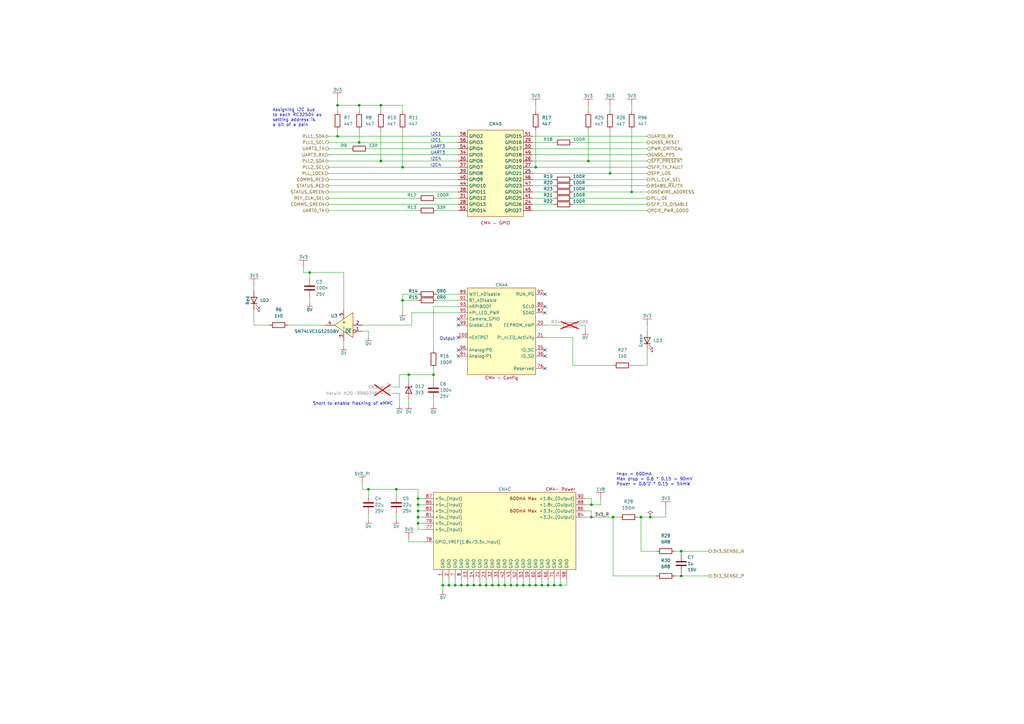
<source format=kicad_sch>
(kicad_sch (version 20231120) (generator "eeschema") (generator_version "8.0")
  (paper "A3")
  (junction (at 147.32 43.18))
  (junction (at 219.71 68.58))
  (junction (at 171.45 212.09))
  (junction (at 262.89 212.09))
  (junction (at 219.71 240.03))
  (junction (at 171.45 214.63))
  (junction (at 209.55 240.03))
  (junction (at 250.19 71.12))
  (junction (at 207.01 240.03))
  (junction (at 191.77 240.03))
  (junction (at 201.93 240.03))
  (junction (at 167.64 153.67))
  (junction (at 156.21 43.18))
  (junction (at 171.45 204.47))
  (junction (at 227.33 240.03))
  (junction (at 184.15 240.03))
  (junction (at 224.79 240.03))
  (junction (at 138.43 55.88))
  (junction (at 279.4 236.22))
  (junction (at 171.45 207.01))
  (junction (at 279.4 226.06))
  (junction (at 251.46 212.09))
  (junction (at 171.45 209.55))
  (junction (at 165.1 123.19))
  (junction (at 127 111.76))
  (junction (at 212.09 240.03))
  (junction (at 186.69 240.03))
  (junction (at 194.31 240.03))
  (junction (at 181.61 240.03))
  (junction (at 241.3 66.04))
  (junction (at 229.87 240.03))
  (junction (at 138.43 43.18))
  (junction (at 266.7 212.09))
  (junction (at 151.13 200.66))
  (junction (at 177.8 153.67))
  (junction (at 147.32 58.42))
  (junction (at 204.47 240.03))
  (junction (at 196.85 240.03))
  (junction (at 242.57 207.01))
  (junction (at 156.21 66.04))
  (junction (at 189.23 240.03))
  (junction (at 199.39 240.03))
  (junction (at 214.63 240.03))
  (junction (at 162.56 200.66))
  (junction (at 259.08 78.74))
  (junction (at 222.25 240.03))
  (junction (at 217.17 240.03))
  (junction (at 242.57 212.09))
  (junction (at 165.1 68.58))
  (no_connect (at 187.96 138.43))
  (no_connect (at 223.52 151.13))
  (no_connect (at 223.52 143.51))
  (no_connect (at 187.96 146.05))
  (no_connect (at 187.96 133.35))
  (no_connect (at 223.52 120.65))
  (no_connect (at 223.52 146.05))
  (no_connect (at 187.96 130.81))
  (no_connect (at 187.96 143.51))
  (no_connect (at 223.52 125.73))
  (no_connect (at 223.52 128.27))
  (wire (pts (xy 223.52 133.35) (xy 229.87 133.35)))
  (wire (pts (xy 156.21 53.34) (xy 156.21 66.04)))
  (wire (pts (xy 194.31 237.49) (xy 194.31 240.03)))
  (wire (pts (xy 204.47 240.03) (xy 207.01 240.03)))
  (wire (pts (xy 234.95 138.43) (xy 234.95 149.86)))
  (wire (pts (xy 217.17 240.03) (xy 219.71 240.03)))
  (wire (pts (xy 151.13 135.89) (xy 151.13 138.43)))
  (wire (pts (xy 273.05 208.28) (xy 273.05 212.09)))
  (wire (pts (xy 219.71 53.34) (xy 219.71 68.58)))
  (wire (pts (xy 138.43 43.18) (xy 138.43 45.72)))
  (wire (pts (xy 163.83 161.29) (xy 163.83 166.37)))
  (wire (pts (xy 207.01 237.49) (xy 207.01 240.03)))
  (wire (pts (xy 259.08 43.18) (xy 259.08 45.72)))
  (wire (pts (xy 161.29 158.75) (xy 163.83 158.75)))
  (wire (pts (xy 168.91 128.27) (xy 187.96 128.27)))
  (wire (pts (xy 218.44 60.96) (xy 265.43 60.96)))
  (wire (pts (xy 241.3 43.18) (xy 241.3 45.72)))
  (wire (pts (xy 265.43 133.35) (xy 265.43 135.89)))
  (wire (pts (xy 181.61 240.03) (xy 184.15 240.03)))
  (wire (pts (xy 171.45 204.47) (xy 173.99 204.47)))
  (wire (pts (xy 219.71 237.49) (xy 219.71 240.03)))
  (wire (pts (xy 194.31 240.03) (xy 196.85 240.03)))
  (wire (pts (xy 104.14 133.35) (xy 110.49 133.35)))
  (wire (pts (xy 279.4 236.22) (xy 290.83 236.22)))
  (wire (pts (xy 171.45 209.55) (xy 171.45 207.01)))
  (wire (pts (xy 140.97 127) (xy 140.97 111.76)))
  (wire (pts (xy 134.62 66.04) (xy 156.21 66.04)))
  (wire (pts (xy 156.21 43.18) (xy 156.21 45.72)))
  (wire (pts (xy 167.64 222.25) (xy 173.99 222.25)))
  (wire (pts (xy 165.1 123.19) (xy 165.1 128.27)))
  (wire (pts (xy 279.4 236.22) (xy 279.4 234.95)))
  (wire (pts (xy 134.62 73.66) (xy 187.96 73.66)))
  (wire (pts (xy 171.45 204.47) (xy 171.45 200.66)))
  (wire (pts (xy 241.3 66.04) (xy 265.43 66.04)))
  (wire (pts (xy 246.38 204.47) (xy 246.38 207.01)))
  (wire (pts (xy 240.03 209.55) (xy 242.57 209.55)))
  (wire (pts (xy 229.87 240.03) (xy 232.41 240.03)))
  (wire (pts (xy 196.85 237.49) (xy 196.85 240.03)))
  (wire (pts (xy 184.15 240.03) (xy 186.69 240.03)))
  (wire (pts (xy 234.95 81.28) (xy 265.43 81.28)))
  (wire (pts (xy 218.44 86.36) (xy 265.43 86.36)))
  (wire (pts (xy 250.19 71.12) (xy 265.43 71.12)))
  (wire (pts (xy 227.33 76.2) (xy 218.44 76.2)))
  (wire (pts (xy 147.32 53.34) (xy 147.32 58.42)))
  (wire (pts (xy 124.46 109.22) (xy 124.46 111.76)))
  (wire (pts (xy 118.11 133.35) (xy 133.35 133.35)))
  (wire (pts (xy 199.39 240.03) (xy 201.93 240.03)))
  (wire (pts (xy 218.44 81.28) (xy 227.33 81.28)))
  (wire (pts (xy 134.62 71.12) (xy 187.96 71.12)))
  (wire (pts (xy 229.87 237.49) (xy 229.87 240.03)))
  (wire (pts (xy 201.93 240.03) (xy 204.47 240.03)))
  (wire (pts (xy 140.97 139.7) (xy 140.97 142.24)))
  (wire (pts (xy 218.44 58.42) (xy 227.33 58.42)))
  (wire (pts (xy 104.14 116.84) (xy 104.14 119.38)))
  (wire (pts (xy 163.83 153.67) (xy 167.64 153.67)))
  (wire (pts (xy 147.32 58.42) (xy 187.96 58.42)))
  (wire (pts (xy 219.71 68.58) (xy 265.43 68.58)))
  (wire (pts (xy 171.45 207.01) (xy 173.99 207.01)))
  (wire (pts (xy 218.44 68.58) (xy 219.71 68.58)))
  (wire (pts (xy 134.62 83.82) (xy 187.96 83.82)))
  (wire (pts (xy 261.62 212.09) (xy 262.89 212.09)))
  (wire (pts (xy 191.77 237.49) (xy 191.77 240.03)))
  (wire (pts (xy 199.39 237.49) (xy 199.39 240.03)))
  (wire (pts (xy 209.55 237.49) (xy 209.55 240.03)))
  (wire (pts (xy 151.13 210.82) (xy 151.13 213.36)))
  (wire (pts (xy 187.96 81.28) (xy 179.07 81.28)))
  (wire (pts (xy 171.45 212.09) (xy 173.99 212.09)))
  (wire (pts (xy 147.32 43.18) (xy 156.21 43.18)))
  (wire (pts (xy 127 111.76) (xy 140.97 111.76)))
  (wire (pts (xy 165.1 68.58) (xy 187.96 68.58)))
  (wire (pts (xy 196.85 240.03) (xy 199.39 240.03)))
  (wire (pts (xy 177.8 125.73) (xy 187.96 125.73)))
  (wire (pts (xy 138.43 53.34) (xy 138.43 55.88)))
  (wire (pts (xy 187.96 86.36) (xy 179.07 86.36)))
  (wire (pts (xy 240.03 133.35) (xy 240.03 135.89)))
  (wire (pts (xy 259.08 78.74) (xy 265.43 78.74)))
  (wire (pts (xy 234.95 58.42) (xy 265.43 58.42)))
  (wire (pts (xy 242.57 209.55) (xy 242.57 212.09)))
  (wire (pts (xy 127 111.76) (xy 127 114.3)))
  (wire (pts (xy 214.63 237.49) (xy 214.63 240.03)))
  (wire (pts (xy 276.86 226.06) (xy 279.4 226.06)))
  (wire (pts (xy 147.32 43.18) (xy 138.43 43.18)))
  (wire (pts (xy 234.95 76.2) (xy 265.43 76.2)))
  (wire (pts (xy 212.09 237.49) (xy 212.09 240.03)))
  (wire (pts (xy 262.89 226.06) (xy 262.89 212.09)))
  (wire (pts (xy 171.45 212.09) (xy 171.45 209.55)))
  (wire (pts (xy 134.62 78.74) (xy 187.96 78.74)))
  (wire (pts (xy 223.52 138.43) (xy 234.95 138.43)))
  (wire (pts (xy 162.56 210.82) (xy 162.56 213.36)))
  (wire (pts (xy 167.64 222.25) (xy 167.64 220.98)))
  (wire (pts (xy 173.99 214.63) (xy 171.45 214.63)))
  (wire (pts (xy 161.29 161.29) (xy 163.83 161.29)))
  (wire (pts (xy 134.62 76.2) (xy 187.96 76.2)))
  (wire (pts (xy 162.56 200.66) (xy 151.13 200.66)))
  (wire (pts (xy 177.8 151.13) (xy 177.8 153.67)))
  (wire (pts (xy 232.41 240.03) (xy 232.41 237.49)))
  (wire (pts (xy 250.19 43.18) (xy 250.19 45.72)))
  (wire (pts (xy 138.43 40.64) (xy 138.43 43.18)))
  (wire (pts (xy 148.59 198.12) (xy 148.59 200.66)))
  (wire (pts (xy 147.32 43.18) (xy 147.32 45.72)))
  (wire (pts (xy 151.13 60.96) (xy 187.96 60.96)))
  (wire (pts (xy 189.23 237.49) (xy 189.23 240.03)))
  (wire (pts (xy 218.44 78.74) (xy 227.33 78.74)))
  (wire (pts (xy 237.49 133.35) (xy 240.03 133.35)))
  (wire (pts (xy 201.93 237.49) (xy 201.93 240.03)))
  (wire (pts (xy 189.23 240.03) (xy 191.77 240.03)))
  (wire (pts (xy 224.79 237.49) (xy 224.79 240.03)))
  (wire (pts (xy 171.45 207.01) (xy 171.45 204.47)))
  (wire (pts (xy 204.47 237.49) (xy 204.47 240.03)))
  (wire (pts (xy 167.64 163.83) (xy 167.64 166.37)))
  (wire (pts (xy 259.08 53.34) (xy 259.08 78.74)))
  (wire (pts (xy 242.57 204.47) (xy 242.57 207.01)))
  (wire (pts (xy 266.7 212.09) (xy 273.05 212.09)))
  (wire (pts (xy 134.62 81.28) (xy 171.45 81.28)))
  (wire (pts (xy 240.03 207.01) (xy 242.57 207.01)))
  (wire (pts (xy 222.25 237.49) (xy 222.25 240.03)))
  (wire (pts (xy 234.95 83.82) (xy 265.43 83.82)))
  (wire (pts (xy 184.15 237.49) (xy 184.15 240.03)))
  (wire (pts (xy 279.4 226.06) (xy 290.83 226.06)))
  (wire (pts (xy 134.62 58.42) (xy 147.32 58.42)))
  (wire (pts (xy 240.03 204.47) (xy 242.57 204.47)))
  (wire (pts (xy 269.24 236.22) (xy 251.46 236.22)))
  (wire (pts (xy 242.57 207.01) (xy 246.38 207.01)))
  (wire (pts (xy 276.86 236.22) (xy 279.4 236.22)))
  (wire (pts (xy 171.45 86.36) (xy 134.62 86.36)))
  (wire (pts (xy 173.99 217.17) (xy 171.45 217.17)))
  (wire (pts (xy 218.44 66.04) (xy 241.3 66.04)))
  (wire (pts (xy 104.14 127) (xy 104.14 133.35)))
  (wire (pts (xy 134.62 55.88) (xy 138.43 55.88)))
  (wire (pts (xy 138.43 55.88) (xy 187.96 55.88)))
  (wire (pts (xy 156.21 43.18) (xy 165.1 43.18)))
  (wire (pts (xy 265.43 149.86) (xy 259.08 149.86)))
  (wire (pts (xy 240.03 212.09) (xy 242.57 212.09)))
  (wire (pts (xy 171.45 209.55) (xy 173.99 209.55)))
  (wire (pts (xy 224.79 240.03) (xy 227.33 240.03)))
  (wire (pts (xy 218.44 63.5) (xy 265.43 63.5)))
  (wire (pts (xy 214.63 240.03) (xy 217.17 240.03)))
  (wire (pts (xy 218.44 55.88) (xy 265.43 55.88)))
  (wire (pts (xy 262.89 212.09) (xy 266.7 212.09)))
  (wire (pts (xy 218.44 83.82) (xy 227.33 83.82)))
  (wire (pts (xy 148.59 133.35) (xy 168.91 133.35)))
  (wire (pts (xy 217.17 237.49) (xy 217.17 240.03)))
  (wire (pts (xy 218.44 71.12) (xy 250.19 71.12)))
  (wire (pts (xy 134.62 60.96) (xy 143.51 60.96)))
  (wire (pts (xy 177.8 163.83) (xy 177.8 166.37)))
  (wire (pts (xy 165.1 120.65) (xy 165.1 123.19)))
  (wire (pts (xy 181.61 237.49) (xy 181.61 240.03)))
  (wire (pts (xy 251.46 236.22) (xy 251.46 212.09)))
  (wire (pts (xy 127 121.92) (xy 127 124.46)))
  (wire (pts (xy 234.95 149.86) (xy 251.46 149.86)))
  (wire (pts (xy 177.8 153.67) (xy 177.8 156.21)))
  (wire (pts (xy 165.1 123.19) (xy 171.45 123.19)))
  (wire (pts (xy 250.19 53.34) (xy 250.19 71.12)))
  (wire (pts (xy 163.83 158.75) (xy 163.83 153.67)))
  (wire (pts (xy 241.3 53.34) (xy 241.3 66.04)))
  (wire (pts (xy 148.59 200.66) (xy 151.13 200.66)))
  (wire (pts (xy 227.33 237.49) (xy 227.33 240.03)))
  (wire (pts (xy 234.95 73.66) (xy 265.43 73.66)))
  (wire (pts (xy 171.45 120.65) (xy 165.1 120.65)))
  (wire (pts (xy 165.1 43.18) (xy 165.1 45.72)))
  (wire (pts (xy 218.44 73.66) (xy 227.33 73.66)))
  (wire (pts (xy 171.45 214.63) (xy 171.45 217.17)))
  (wire (pts (xy 186.69 237.49) (xy 186.69 240.03)))
  (wire (pts (xy 148.59 135.89) (xy 151.13 135.89)))
  (wire (pts (xy 219.71 43.18) (xy 219.71 45.72)))
  (wire (pts (xy 265.43 143.51) (xy 265.43 149.86)))
  (wire (pts (xy 165.1 53.34) (xy 165.1 68.58)))
  (wire (pts (xy 191.77 240.03) (xy 194.31 240.03)))
  (wire (pts (xy 156.21 66.04) (xy 187.96 66.04)))
  (wire (pts (xy 134.62 68.58) (xy 165.1 68.58)))
  (wire (pts (xy 167.64 153.67) (xy 167.64 156.21)))
  (wire (pts (xy 162.56 200.66) (xy 162.56 203.2)))
  (wire (pts (xy 177.8 143.51) (xy 177.8 125.73)))
  (wire (pts (xy 186.69 240.03) (xy 189.23 240.03)))
  (wire (pts (xy 209.55 240.03) (xy 212.09 240.03)))
  (wire (pts (xy 207.01 240.03) (xy 209.55 240.03)))
  (wire (pts (xy 222.25 240.03) (xy 224.79 240.03)))
  (wire (pts (xy 179.07 120.65) (xy 187.96 120.65)))
  (wire (pts (xy 168.91 133.35) (xy 168.91 128.27)))
  (wire (pts (xy 279.4 226.06) (xy 279.4 227.33)))
  (wire (pts (xy 167.64 153.67) (xy 177.8 153.67)))
  (wire (pts (xy 242.57 212.09) (xy 251.46 212.09)))
  (wire (pts (xy 234.95 78.74) (xy 259.08 78.74)))
  (wire (pts (xy 179.07 123.19) (xy 187.96 123.19)))
  (wire (pts (xy 171.45 212.09) (xy 171.45 214.63)))
  (wire (pts (xy 151.13 200.66) (xy 151.13 203.2)))
  (wire (pts (xy 212.09 240.03) (xy 214.63 240.03)))
  (wire (pts (xy 181.61 240.03) (xy 181.61 242.57)))
  (wire (pts (xy 134.62 63.5) (xy 187.96 63.5)))
  (wire (pts (xy 227.33 240.03) (xy 229.87 240.03)))
  (wire (pts (xy 171.45 200.66) (xy 162.56 200.66)))
  (wire (pts (xy 269.24 226.06) (xy 262.89 226.06)))
  (wire (pts (xy 251.46 212.09) (xy 254 212.09)))
  (wire (pts (xy 124.46 111.76) (xy 127 111.76)))
  (wire (pts (xy 219.71 240.03) (xy 222.25 240.03)))
  (text "I2C1" (at 176.53 58.42 0) (effects (font (size 1.27 1.27)) (justify left bottom)))
  (text "Assigning I2C bus\nto each RC32504 as\nsetting address is\na bit of a pain" (at 111.76 52.07 0) (effects (font (size 1.27 1.27)) (justify left bottom)))
  (text "I2C1" (at 176.53 55.88 0) (effects (font (size 1.27 1.27)) (justify left bottom)))
  (text "I2C4" (at 176.53 66.04 0) (effects (font (size 1.27 1.27)) (justify left bottom)))
  (text "UART3" (at 176.53 60.96 0) (effects (font (size 1.27 1.27)) (justify left bottom)))
  (text "Imax = 600mA\nMax drop = 0.6 * 0.15 = 90mV\nPower = 0.6^2 * 0.15 = 54mW" (at 252.73 199.39 0) (effects (font (size 1.27 1.27)) (justify left bottom)))
  (text "UART3" (at 176.53 63.5 0) (effects (font (size 1.27 1.27)) (justify left bottom)))
  (text "Output" (at 186.69 139.7 0) (effects (font (size 1.27 1.27)) (justify right bottom)))
  (text "I2C4" (at 176.53 68.58 0) (effects (font (size 1.27 1.27)) (justify left bottom)))
  (text "Short to enable flashing of eMMC" (at 128.27 166.37 0) (effects (font (size 1.27 1.27)) (justify left bottom)))
  (label "3V3_R" (at 243.84 212.09 0))
  (hierarchical_label "PCIE_PWR_GOOD" (shape input) (at 265.43 86.36 0))
  (hierarchical_label "~{SFP_PRESENT}" (shape input) (at 265.43 66.04 0))
  (hierarchical_label "UART3_TX" (shape output) (at 134.62 60.96 180))
  (hierarchical_label "PLL1_SCL" (shape output) (at 134.62 58.42 180))
  (hierarchical_label "UART0_RX" (shape input) (at 265.43 55.88 0))
  (hierarchical_label "COMMS_GREEN" (shape output) (at 134.62 83.82 180))
  (hierarchical_label "PLL2_SDA" (shape bidirectional) (at 134.62 66.04 180))
  (hierarchical_label "SFP_TX_FAULT" (shape input) (at 265.43 68.58 0))
  (hierarchical_label "PWR_CRITICAL" (shape input) (at 265.43 60.96 0))
  (hierarchical_label "UART0_TX" (shape output) (at 134.62 86.36 180))
  (hierarchical_label "3V3_SENSE_P" (shape output) (at 290.83 236.22 0))
  (hierarchical_label "COMMS_RED" (shape output) (at 134.62 73.66 180))
  (hierarchical_label "SFP_TX_DISABLE" (shape output) (at 265.43 83.82 0))
  (hierarchical_label "PLL_LOCK" (shape input) (at 134.62 71.12 180))
  (hierarchical_label "3V3_SENSE_N" (shape output) (at 290.83 226.06 0))
  (hierarchical_label "UART3_RX" (shape input) (at 134.62 63.5 180))
  (hierarchical_label "REF_CLK_SEL" (shape output) (at 134.62 81.28 180))
  (hierarchical_label "GNSS_PPS" (shape input) (at 265.43 63.5 0))
  (hierarchical_label "RS485_~{RX}{slash}TX" (shape output) (at 265.43 76.2 0))
  (hierarchical_label "PLL2_SCL" (shape output) (at 134.62 68.58 180))
  (hierarchical_label "STATUS_RED" (shape output) (at 134.62 76.2 180))
  (hierarchical_label "SFP_LOS" (shape input) (at 265.43 71.12 0))
  (hierarchical_label "GNSS_RESET" (shape output) (at 265.43 58.42 0))
  (hierarchical_label "PLL_OE" (shape output) (at 265.43 81.28 0))
  (hierarchical_label "STATUS_GREEN" (shape output) (at 134.62 78.74 180))
  (hierarchical_label "PLL1_SDA" (shape bidirectional) (at 134.62 55.88 180))
  (hierarchical_label "PLL_CLK_SEL" (shape output) (at 265.43 73.66 0))
  (hierarchical_label "ONEWIRE_ADDRESS" (shape bidirectional) (at 265.43 78.74 0))
  (symbol (lib_id "Power_WUT:0V") (at 163.83 166.37 0) (unit 1) (in_bom no) (on_board no)
    (property "Reference" "#PWR029" (effects (hide yes)))
    (property "Value" "0V" (at 163.83 168.91 0))
  )
  (symbol (lib_id "Auto_Library_WUT:KOA Speer RK73H1ETTP4701F") (at 147.32 49.53 0) (unit 1)
    (property "Reference" "R8" (at 149.86 48.26 0) (effects (justify left)))
    (property "Value" "4k7" (at 149.86 50.8 0) (effects (justify left)))
    (property "Footprint" "Resistor_SMD:R_0402_1005Metric" (effects (hide yes)))
    (property "Datasheet" "https://www.koaspeer.com/pdfs/RK73H.pdf" (effects (hide yes)))
    (property "MPN" "RK73H1ETTP4701F" (effects (hide yes)))
    (property "Manufacturer" "KOA Speer" (effects (hide yes)))
    (property "Tolerance" "1%" (effects (hide yes)))
    (property "Height" "0.4mm" (effects (hide yes)))
  )
  (symbol (lib_id "Auto_Library_WUT:Kyocera AVX 12063D226KAT2A") (at 162.56 207.01 0) (unit 1)
    (property "Reference" "C5" (at 165.1 204.47 0) (effects (justify left)))
    (property "Value" "22u" (at 165.1 207.01 0) (effects (justify left)))
    (property "Footprint" "Capacitor_SMD:C_1206_3216Metric" (effects (hide yes)))
    (property "Datasheet" "https://www.farnell.com/datasheets/3673819.pdf" (effects (hide yes)))
    (property "Voltage" "25V" (at 165.1 209.55 0) (effects (justify left)))
    (property "Manufacturer" "Kyocera AVX" (effects (hide yes)))
    (property "MPN" "12063D226KAT2A" (effects (hide yes)))
    (property "Tolerance" "10%" (effects (hide yes)))
    (property "Dielectric" "X5R" (effects (hide yes)))
    (property "Height" "2.29mm" (effects (hide yes)))
  )
  (symbol (lib_id "AAA_Preferred_WUT:KOA Speer RK73H1ETTP1000F") (at 175.26 81.28 90) (unit 1)
    (property "Reference" "R12" (at 168.91 80.01 90))
    (property "Value" "100R" (at 181.61 80.01 90))
    (property "Footprint" "Resistor_SMD:R_0402_1005Metric" (effects (hide yes)))
    (property "Datasheet" "https://www.koaspeer.com/pdfs/RK73H.pdf" (effects (hide yes)))
    (property "MPN" "RK73H1ETTP1000F" (effects (hide yes)))
    (property "Manufacturer" "KOA Speer" (effects (hide yes)))
    (property "Tolerance" "1%" (effects (hide yes)))
    (property "Height" "0.4mm" (effects (hide yes)))
  )
  (symbol (lib_id "Power_WUT:0V") (at 151.13 138.43 0) (unit 1) (in_bom no) (on_board no)
    (property "Reference" "#PWR026" (effects (hide yes)))
    (property "Value" "0V" (at 151.13 140.97 0))
  )
  (symbol (lib_id "Power_WUT:5V0_PI") (at 148.59 198.12 0) (unit 1) (in_bom no) (on_board no)
    (property "Reference" "#PWR025" (effects (hide yes)))
    (property "Value" "5V0_PI" (at 148.59 194.31 0))
  )
  (symbol (lib_id "AAA_Preferred_WUT:Ekinglux_E6C0603VGAC1UDA") (at 265.43 139.7 270) (unit 1)
    (property "Reference" "LD3" (at 267.97 139.7 90) (effects (justify left)))
    (property "Value" "Green" (at 262.89 139.7 0))
    (property "Footprint" "LED_SMD:LED_0603_1608Metric" (effects (hide yes)))
    (property "Datasheet" "https://datasheet.lcsc.com/lcsc/2203301830_EKINGLUX-E6C0603VGAC1UDA_C375447.pdf" (effects (hide yes)))
    (property "Manufacturer" "Ekinglux" (effects (hide yes)))
    (property "MPN" "E6C0603VGAC1UDA" (effects (hide yes)))
  )
  (symbol (lib_id "Auto_Library_WUT:Kemet C0402C105K4PACTU") (at 279.4 231.14 0) (unit 1)
    (property "Reference" "C7" (at 281.94 228.6 0) (effects (justify left)))
    (property "Value" "1u" (at 281.94 231.14 0) (effects (justify left)))
    (property "Footprint" "Capacitor_SMD:C_0402_1005Metric" (effects (hide yes)))
    (property "Datasheet" "https://www.mouser.co.uk/datasheet/2/447/KEM_C1006_X5R_SMD-3316465.pdf" (effects (hide yes)))
    (property "Voltage" "16V" (at 281.94 233.68 0) (effects (justify left)))
    (property "Manufacturer" "Kemet" (effects (hide yes)))
    (property "MPN" "C0402C105K4PACTU" (effects (hide yes)))
    (property "Tolerance" "0.1" (effects (hide yes)))
    (property "Dielectric" "X5R" (effects (hide yes)))
    (property "Height" "Nonemm" (effects (hide yes)))
  )
  (symbol (lib_id "AAA_Preferred_WUT:KOA Speer RK73H1ETTP1000F") (at 231.14 76.2 90) (unit 1)
    (property "Reference" "R20" (at 224.79 74.93 90))
    (property "Value" "100R" (at 237.49 74.93 90))
    (property "Footprint" "Resistor_SMD:R_0402_1005Metric" (effects (hide yes)))
    (property "Datasheet" "https://www.koaspeer.com/pdfs/RK73H.pdf" (effects (hide yes)))
    (property "MPN" "RK73H1ETTP1000F" (effects (hide yes)))
    (property "Manufacturer" "KOA Speer" (effects (hide yes)))
    (property "Tolerance" "1%" (effects (hide yes)))
    (property "Height" "0.4mm" (effects (hide yes)))
  )
  (symbol (lib_id "AAA_Preferred_WUT:Yageo CC0402KRX7R8BB104") (at 127 118.11 0) (unit 1)
    (property "Reference" "C3" (at 129.54 115.57 0) (effects (justify left)))
    (property "Value" "100n" (at 129.54 118.11 0) (effects (justify left)))
    (property "Footprint" "Capacitor_SMD:C_0402_1005Metric" (effects (hide yes)))
    (property "Datasheet" "https://www.yageo.com/upload/media/product/productsearch/datasheet/mlcc/UPY-GPHC_X7R_6.3V-to-250V_23.pdf" (effects (hide yes)))
    (property "Voltage" "25V" (at 129.54 120.65 0) (effects (justify left)))
    (property "Manufacturer" "Yageo" (effects (hide yes)))
    (property "MPN" "CC0402KRX7R8BB104" (effects (hide yes)))
    (property "Tolerance" "10%" (effects (hide yes)))
    (property "Dielectric" "X7R" (effects (hide yes)))
    (property "Height" "0.5mm" (effects (hide yes)))
  )
  (symbol (lib_id "Power_WUT:0V") (at 151.13 213.36 0) (unit 1) (in_bom no) (on_board no)
    (property "Reference" "#PWR027" (effects (hide yes)))
    (property "Value" "0V" (at 151.13 215.9 0))
  )
  (symbol (lib_id "AAA_Preferred_WUT:KOA Speer RK73H1ETTP33R0F") (at 175.26 86.36 270) (mirror x) (unit 1)
    (property "Reference" "R13" (at 168.91 85.09 90))
    (property "Value" "33R" (at 180.975 85.09 90))
    (property "Footprint" "Resistor_SMD:R_0402_1005Metric" (effects (hide yes)))
    (property "Datasheet" "https://www.koaspeer.com/pdfs/RK73H.pdf" (effects (hide yes)))
    (property "MPN" "RK73H1ETTP33R0F" (effects (hide yes)))
    (property "Manufacturer" "KOA Speer" (effects (hide yes)))
    (property "Tolerance" "1%" (effects (hide yes)))
    (property "Height" "0.4mm" (effects (hide yes)))
  )
  (symbol (lib_id "Power_WUT:0V") (at 167.64 166.37 0) (unit 1) (in_bom no) (on_board no)
    (property "Reference" "#PWR031" (effects (hide yes)))
    (property "Value" "0V" (at 167.64 168.91 0))
  )
  (symbol (lib_id "Power_WUT:3V3") (at 250.19 43.18 0) (unit 1) (in_bom no) (on_board no)
    (property "Reference" "#PWR039" (effects (hide yes)))
    (property "Value" "3V3" (at 250.19 39.37 0))
  )
  (symbol (lib_id "Modules_WUT:ComputeModule4-GPIO") (at 203.2 55.88 0) (unit 4)
    (property "Reference" "CN4" (at 203.2 50.8 0))
    (property "Footprint" "Connector_WUT:Hirose_DF40C-100DS-0.4V" (effects (hide yes)))
    (property "Datasheet" "https://datasheets.raspberrypi.com/cm4/cm4-datasheet.pdf" (effects (hide yes)))
    (property "Manufacturer" "Hirose" (effects (hide yes)))
    (property "MPN" "DF40C-100DS-0.4V(51)" (effects (hide yes)))
  )
  (symbol (lib_id "Power_WUT:PWR_FLAG") (at 266.7 212.09 0) (unit 1)
    (property "Reference" "#FLG02" (effects (hide yes)))
    (property "Value" "PWR_FLAG" (effects (hide yes)))
  )
  (symbol (lib_id "Power_WUT:0V") (at 177.8 166.37 0) (unit 1) (in_bom no) (on_board no)
    (property "Reference" "#PWR033" (effects (hide yes)))
    (property "Value" "0V" (at 177.8 168.91 0))
  )
  (symbol (lib_id "Auto_Library_WUT:KOA Speer RK73H1ETTP4701F") (at 241.3 49.53 0) (unit 1)
    (property "Reference" "R25" (at 243.84 48.26 0) (effects (justify left)))
    (property "Value" "4k7" (at 243.84 50.8 0) (effects (justify left)))
    (property "Footprint" "Resistor_SMD:R_0402_1005Metric" (effects (hide yes)))
    (property "Datasheet" "https://www.koaspeer.com/pdfs/RK73H.pdf" (effects (hide yes)))
    (property "MPN" "RK73H1ETTP4701F" (effects (hide yes)))
    (property "Manufacturer" "KOA Speer" (effects (hide yes)))
    (property "Tolerance" "1%" (effects (hide yes)))
    (property "Height" "0.4mm" (effects (hide yes)))
  )
  (symbol (lib_id "Auto_Library_WUT:KOA Speer RK73H1ETTP4701F") (at 156.21 49.53 0) (unit 1)
    (property "Reference" "R10" (at 158.75 48.26 0) (effects (justify left)))
    (property "Value" "4k7" (at 158.75 50.8 0) (effects (justify left)))
    (property "Footprint" "Resistor_SMD:R_0402_1005Metric" (effects (hide yes)))
    (property "Datasheet" "https://www.koaspeer.com/pdfs/RK73H.pdf" (effects (hide yes)))
    (property "MPN" "RK73H1ETTP4701F" (effects (hide yes)))
    (property "Manufacturer" "KOA Speer" (effects (hide yes)))
    (property "Tolerance" "1%" (effects (hide yes)))
    (property "Height" "0.4mm" (effects (hide yes)))
  )
  (symbol (lib_id "Connector_WUT:Harwin_M20-9990246") (at 161.29 158.75 0) (mirror y) (unit 1) (dnp yes)
    (property "Reference" "CN3" (at 154.94 158.75 0) (effects (justify left)))
    (property "Value" "Harwin M20-9990246" (at 154.94 161.29 0) (effects (justify left)))
    (property "Footprint" "Connector_PinHeader_2.54mm:PinHeader_1x02_P2.54mm_Vertical" (effects (hide yes)))
    (property "Datasheet" "https://cdn.harwin.com/pdfs/M20-999.pdf" (effects (hide yes)))
    (property "Manufacturer" "Harwin" (effects (hide yes)))
    (property "MPN" "M20-9990246" (effects (hide yes)))
  )
  (symbol (lib_id "Logic_WUT:TI_SN74LVC1G125DBV") (at 140.97 133.35 0) (mirror y) (unit 1)
    (property "Reference" "U3" (at 138.43 129.54 0) (effects (justify left)))
    (property "Value" "SN74LVC1G125DBV" (at 139.065 135.89 0) (effects (justify left)))
    (property "Footprint" "Package_TO_SOT_SMD:SOT-23-5" (effects (hide yes)))
    (property "Datasheet" "https://www.ti.com/lit/ds/symlink/sn74lvc1g125.pdf?HQS=dis-mous-null-mousermode-dsf-pf-null-wwe&ts=1699137013279&ref_url=https%253A%252F%252Fwww.mouser.ee%252F" (effects (hide yes)))
    (property "Manufacturer" "Texas Instruments" (effects (hide yes)))
    (property "MPN" "SN74LVC1G125DBV" (effects (hide yes)))
  )
  (symbol (lib_id "Power_WUT:3V3") (at 104.14 116.84 0) (unit 1) (in_bom no) (on_board no)
    (property "Reference" "#PWR020" (effects (hide yes)))
    (property "Value" "3V3" (at 104.14 113.03 0))
  )
  (symbol (lib_id "Modules_WUT:ComputeModule4-GPIO") (at 205.74 120.65 0) (unit 1)
    (property "Reference" "CN4" (at 205.74 116.84 0))
    (property "Footprint" "Connector_WUT:Hirose_DF40C-100DS-0.4V" (effects (hide yes)))
    (property "Datasheet" "https://datasheets.raspberrypi.com/cm4/cm4-datasheet.pdf" (effects (hide yes)))
    (property "Manufacturer" "Hirose" (effects (hide yes)))
    (property "MPN" "DF40C-100DS-0.4V(51)" (effects (hide yes)))
  )
  (symbol (lib_id "AAA_Preferred_WUT:KOA Speer RK73H1ETTP1000F") (at 231.14 81.28 90) (unit 1)
    (property "Reference" "R21" (at 224.79 80.01 90))
    (property "Value" "100R" (at 237.49 80.01 90))
    (property "Footprint" "Resistor_SMD:R_0402_1005Metric" (effects (hide yes)))
    (property "Datasheet" "https://www.koaspeer.com/pdfs/RK73H.pdf" (effects (hide yes)))
    (property "MPN" "RK73H1ETTP1000F" (effects (hide yes)))
    (property "Manufacturer" "KOA Speer" (effects (hide yes)))
    (property "Tolerance" "1%" (effects (hide yes)))
    (property "Height" "0.4mm" (effects (hide yes)))
  )
  (symbol (lib_id "AAA_Preferred_WUT:Yageo CC0402KRX7R8BB104") (at 177.8 160.02 0) (unit 1)
    (property "Reference" "C6" (at 180.34 157.48 0) (effects (justify left)))
    (property "Value" "100n" (at 180.34 160.02 0) (effects (justify left)))
    (property "Footprint" "Capacitor_SMD:C_0402_1005Metric" (effects (hide yes)))
    (property "Datasheet" "https://www.yageo.com/upload/media/product/productsearch/datasheet/mlcc/UPY-GPHC_X7R_6.3V-to-250V_23.pdf" (effects (hide yes)))
    (property "Voltage" "25V" (at 180.34 162.56 0) (effects (justify left)))
    (property "Manufacturer" "Yageo" (effects (hide yes)))
    (property "MPN" "CC0402KRX7R8BB104" (effects (hide yes)))
    (property "Tolerance" "10%" (effects (hide yes)))
    (property "Dielectric" "X7R" (effects (hide yes)))
    (property "Height" "0.5mm" (effects (hide yes)))
  )
  (symbol (lib_id "Auto_Library_WUT:KOA Speer RK73H1ETTP6R80F") (at 273.05 226.06 90) (unit 1)
    (property "Reference" "R29" (at 273.05 219.71 90))
    (property "Value" "6R8" (at 273.05 222.25 90))
    (property "Footprint" "Resistor_SMD:R_0402_1005Metric" (effects (hide yes)))
    (property "Datasheet" "https://www.koaspeer.com/pdfs/RK73H.pdf" (effects (hide yes)))
    (property "MPN" "RK73H1ETTP6R80F" (effects (hide yes)))
    (property "Manufacturer" "KOA Speer" (effects (hide yes)))
    (property "Tolerance" "1%" (effects (hide yes)))
    (property "Height" "0.4mm" (effects (hide yes)))
  )
  (symbol (lib_id "AAA_Preferred_WUT:KOA Speer RK73H1ETTP1000F") (at 231.14 73.66 90) (unit 1)
    (property "Reference" "R19" (at 224.79 72.39 90))
    (property "Value" "100R" (at 237.49 72.39 90))
    (property "Footprint" "Resistor_SMD:R_0402_1005Metric" (effects (hide yes)))
    (property "Datasheet" "https://www.koaspeer.com/pdfs/RK73H.pdf" (effects (hide yes)))
    (property "MPN" "RK73H1ETTP1000F" (effects (hide yes)))
    (property "Manufacturer" "KOA Speer" (effects (hide yes)))
    (property "Tolerance" "1%" (effects (hide yes)))
    (property "Height" "0.4mm" (effects (hide yes)))
  )
  (symbol (lib_id "Auto_Library_WUT:KOA Speer RK73H1ETTP4701F") (at 219.71 49.53 0) (unit 1)
    (property "Reference" "R17" (at 222.25 48.26 0) (effects (justify left)))
    (property "Value" "4k7" (at 222.25 50.8 0) (effects (justify left)))
    (property "Footprint" "Resistor_SMD:R_0402_1005Metric" (effects (hide yes)))
    (property "Datasheet" "https://www.koaspeer.com/pdfs/RK73H.pdf" (effects (hide yes)))
    (property "MPN" "RK73H1ETTP4701F" (effects (hide yes)))
    (property "Manufacturer" "KOA Speer" (effects (hide yes)))
    (property "Tolerance" "1%" (effects (hide yes)))
    (property "Height" "0.4mm" (effects (hide yes)))
  )
  (symbol (lib_id "Auto_Library_WUT:KOA Speer RK73H1ETTP4701F") (at 250.19 49.53 0) (unit 1)
    (property "Reference" "R26" (at 252.73 48.26 0) (effects (justify left)))
    (property "Value" "4k7" (at 252.73 50.8 0) (effects (justify left)))
    (property "Footprint" "Resistor_SMD:R_0402_1005Metric" (effects (hide yes)))
    (property "Datasheet" "https://www.koaspeer.com/pdfs/RK73H.pdf" (effects (hide yes)))
    (property "MPN" "RK73H1ETTP4701F" (effects (hide yes)))
    (property "Manufacturer" "KOA Speer" (effects (hide yes)))
    (property "Tolerance" "1%" (effects (hide yes)))
    (property "Height" "0.4mm" (effects (hide yes)))
  )
  (symbol (lib_id "AAA_Preferred_WUT:nexperia PESD3V3U1UB,115") (at 167.64 160.02 90) (unit 1)
    (property "Reference" "D12" (at 170.18 158.496 90) (effects (justify right)))
    (property "Value" "3V3" (at 170.18 161.036 90) (effects (justify right)))
    (property "Footprint" "Diode_SMD:D_SOD-523" (effects (hide yes)))
    (property "Datasheet" "https://www.mouser.co.uk/datasheet/2/916/PESD3V3U1UB-2938348.pdf" (effects (hide yes)))
    (property "Manufacturer" "nexperia" (effects (hide yes)))
    (property "MPN" "PESD3V3U1UB,115" (effects (hide yes)))
    (property "Height" "0.65mm" (effects (hide yes)))
  )
  (symbol (lib_id "Power_WUT:3V3") (at 265.43 133.35 0) (mirror y) (unit 1) (in_bom no) (on_board no)
    (property "Reference" "#PWR040" (effects (hide yes)))
    (property "Value" "3V3" (at 265.43 129.54 0))
  )
  (symbol (lib_id "AAA_Preferred_WUT:KOA Speer RK73Z1ETTP") (at 175.26 120.65 90) (unit 1)
    (property "Reference" "R14" (at 171.45 119.38 90) (effects (justify left)))
    (property "Value" "0R0" (at 179.07 119.38 90) (effects (justify right)))
    (property "Footprint" "Resistor_SMD:R_0402_1005Metric" (effects (hide yes)))
    (property "Datasheet" "https://www.koaspeer.com/pdfs/RK73H.pdf" (effects (hide yes)))
    (property "MPN" "RK73Z1ETTP" (effects (hide yes)))
    (property "Manufacturer" "KOA Speer" (effects (hide yes)))
    (property "Tolerance" "1%" (effects (hide yes)))
    (property "Height" "0.4mm" (effects (hide yes)))
  )
  (symbol (lib_id "Auto_Library_WUT:KOA Speer RK73H1ETTP4701F") (at 165.1 49.53 0) (unit 1)
    (property "Reference" "R11" (at 167.64 48.26 0) (effects (justify left)))
    (property "Value" "4k7" (at 167.64 50.8 0) (effects (justify left)))
    (property "Footprint" "Resistor_SMD:R_0402_1005Metric" (effects (hide yes)))
    (property "Datasheet" "https://www.koaspeer.com/pdfs/RK73H.pdf" (effects (hide yes)))
    (property "MPN" "RK73H1ETTP4701F" (effects (hide yes)))
    (property "Manufacturer" "KOA Speer" (effects (hide yes)))
    (property "Tolerance" "1%" (effects (hide yes)))
    (property "Height" "0.4mm" (effects (hide yes)))
  )
  (symbol (lib_id "AAA_Preferred_WUT:KOA Speer RK73H1ETTP1000F") (at 177.8 147.32 0) (unit 1)
    (property "Reference" "R16" (at 180.34 146.05 0) (effects (justify left)))
    (property "Value" "100R" (at 180.34 148.59 0) (effects (justify left)))
    (property "Footprint" "Resistor_SMD:R_0402_1005Metric" (effects (hide yes)))
    (property "Datasheet" "https://www.koaspeer.com/pdfs/RK73H.pdf" (effects (hide yes)))
    (property "MPN" "RK73H1ETTP1000F" (effects (hide yes)))
    (property "Manufacturer" "KOA Speer" (effects (hide yes)))
    (property "Tolerance" "1%" (effects (hide yes)))
    (property "Height" "0.4mm" (effects (hide yes)))
  )
  (symbol (lib_id "AAA_Preferred_WUT:KOA Speer RK73H1ETTP33R0F") (at 147.32 60.96 270) (mirror x) (unit 1)
    (property "Reference" "R9" (at 140.97 59.69 90))
    (property "Value" "33R" (at 153.035 59.69 90))
    (property "Footprint" "Resistor_SMD:R_0402_1005Metric" (effects (hide yes)))
    (property "Datasheet" "https://www.koaspeer.com/pdfs/RK73H.pdf" (effects (hide yes)))
    (property "MPN" "RK73H1ETTP33R0F" (effects (hide yes)))
    (property "Manufacturer" "KOA Speer" (effects (hide yes)))
    (property "Tolerance" "1%" (effects (hide yes)))
    (property "Height" "0.4mm" (effects (hide yes)))
  )
  (symbol (lib_id "Auto_Library_WUT:KOA Speer RK73H1ETTP4701F") (at 138.43 49.53 0) (unit 1)
    (property "Reference" "R7" (at 140.97 48.26 0) (effects (justify left)))
    (property "Value" "4k7" (at 140.97 50.8 0) (effects (justify left)))
    (property "Footprint" "Resistor_SMD:R_0402_1005Metric" (effects (hide yes)))
    (property "Datasheet" "https://www.koaspeer.com/pdfs/RK73H.pdf" (effects (hide yes)))
    (property "MPN" "RK73H1ETTP4701F" (effects (hide yes)))
    (property "Manufacturer" "KOA Speer" (effects (hide yes)))
    (property "Tolerance" "1%" (effects (hide yes)))
    (property "Height" "0.4mm" (effects (hide yes)))
  )
  (symbol (lib_id "Power_WUT:0V") (at 127 124.46 0) (unit 1) (in_bom no) (on_board no)
    (property "Reference" "#PWR022" (effects (hide yes)))
    (property "Value" "0V" (at 127 127 0))
  )
  (symbol (lib_id "Power_WUT:3V3") (at 124.46 109.22 0) (unit 1) (in_bom no) (on_board no)
    (property "Reference" "#PWR021" (effects (hide yes)))
    (property "Value" "3V3" (at 124.46 105.41 0))
  )
  (symbol (lib_id "Power_WUT:3V3") (at 241.3 43.18 0) (unit 1) (in_bom no) (on_board no)
    (property "Reference" "#PWR037" (effects (hide yes)))
    (property "Value" "3V3" (at 241.3 39.37 0))
  )
  (symbol (lib_id "AAA_Preferred_WUT:KOA Speer RK73Z1ETTP") (at 233.68 133.35 90) (unit 1) (dnp yes)
    (property "Reference" "R24" (at 229.87 132.08 90) (effects (justify left)))
    (property "Value" "0R0" (at 237.49 132.08 90) (effects (justify right)))
    (property "Footprint" "Resistor_SMD:R_0402_1005Metric" (effects (hide yes)))
    (property "Datasheet" "https://www.koaspeer.com/pdfs/RK73H.pdf" (effects (hide yes)))
    (property "MPN" "RK73Z1ETTP" (effects (hide yes)))
    (property "Manufacturer" "KOA Speer" (effects (hide yes)))
    (property "Tolerance" "1%" (effects (hide yes)))
    (property "Height" "0.4mm" (effects (hide yes)))
  )
  (symbol (lib_id "Power_WUT:0V") (at 165.1 128.27 0) (unit 1) (in_bom no) (on_board no)
    (property "Reference" "#PWR030" (effects (hide yes)))
    (property "Value" "0V" (at 165.1 130.81 0))
  )
  (symbol (lib_id "Power_WUT:0V") (at 140.97 142.24 0) (unit 1) (in_bom no) (on_board no)
    (property "Reference" "#PWR024" (effects (hide yes)))
    (property "Value" "0V" (at 140.97 144.78 0))
  )
  (symbol (lib_id "Power_WUT:3V3") (at 167.64 220.98 0) (unit 1) (in_bom no) (on_board no)
    (property "Reference" "#PWR032" (effects (hide yes)))
    (property "Value" "3V3" (at 167.64 217.17 0))
  )
  (symbol (lib_id "Power_WUT:3V3") (at 259.08 43.18 0) (unit 1) (in_bom no) (on_board no)
    (property "Reference" "#PWR0271" (effects (hide yes)))
    (property "Value" "3V3" (at 259.08 39.37 0))
  )
  (symbol (lib_id "Power_WUT:1V8") (at 246.38 204.47 0) (unit 1) (in_bom no) (on_board no)
    (property "Reference" "#PWR038" (effects (hide yes)))
    (property "Value" "1V8" (at 246.38 200.66 0))
  )
  (symbol (lib_id "AAA_Preferred_WUT:KOA Speer RK73H1ETTP1001F") (at 114.3 133.35 90) (unit 1)
    (property "Reference" "R6" (at 114.3 127 90))
    (property "Value" "1k0" (at 114.3 129.54 90))
    (property "Footprint" "Resistor_SMD:R_0402_1005Metric" (effects (hide yes)))
    (property "Datasheet" "https://www.koaspeer.com/pdfs/RK73H.pdf" (effects (hide yes)))
    (property "MPN" "RK73H1ETTP1001F" (effects (hide yes)))
    (property "Manufacturer" "KOA Speer" (effects (hide yes)))
    (property "Tolerance" "1%" (effects (hide yes)))
    (property "Height" "0.4mm" (effects (hide yes)))
  )
  (symbol (lib_id "AAA_Preferred_WUT:KOA Speer RK73H1ETTP1000F") (at 231.14 58.42 90) (unit 1)
    (property "Reference" "R18" (at 224.79 57.15 90))
    (property "Value" "100R" (at 237.49 57.15 90))
    (property "Footprint" "Resistor_SMD:R_0402_1005Metric" (effects (hide yes)))
    (property "Datasheet" "https://www.koaspeer.com/pdfs/RK73H.pdf" (effects (hide yes)))
    (property "MPN" "RK73H1ETTP1000F" (effects (hide yes)))
    (property "Manufacturer" "KOA Speer" (effects (hide yes)))
    (property "Tolerance" "1%" (effects (hide yes)))
    (property "Height" "0.4mm" (effects (hide yes)))
  )
  (symbol (lib_id "AAA_Preferred_WUT:KOA Speer RK73H1ETTP1000F") (at 231.14 83.82 90) (unit 1)
    (property "Reference" "R22" (at 224.79 82.55 90))
    (property "Value" "100R" (at 237.49 82.55 90))
    (property "Footprint" "Resistor_SMD:R_0402_1005Metric" (effects (hide yes)))
    (property "Datasheet" "https://www.koaspeer.com/pdfs/RK73H.pdf" (effects (hide yes)))
    (property "MPN" "RK73H1ETTP1000F" (effects (hide yes)))
    (property "Manufacturer" "KOA Speer" (effects (hide yes)))
    (property "Tolerance" "1%" (effects (hide yes)))
    (property "Height" "0.4mm" (effects (hide yes)))
  )
  (symbol (lib_id "Modules_WUT:ComputeModule4-GPIO") (at 207.01 204.47 0) (unit 3)
    (property "Reference" "CN4" (at 207.01 200.66 0))
    (property "Footprint" "Connector_WUT:Hirose_DF40C-100DS-0.4V" (effects (hide yes)))
    (property "Datasheet" "https://datasheets.raspberrypi.com/cm4/cm4-datasheet.pdf" (effects (hide yes)))
    (property "Manufacturer" "Hirose" (effects (hide yes)))
    (property "MPN" "DF40C-100DS-0.4V(51)" (effects (hide yes)))
  )
  (symbol (lib_id "Power_WUT:3V3") (at 138.43 40.64 0) (unit 1) (in_bom no) (on_board no)
    (property "Reference" "#PWR023" (effects (hide yes)))
    (property "Value" "3V3" (at 138.43 36.83 0))
  )
  (symbol (lib_id "AAA_Preferred_WUT:KOA Speer RK73H1ETTP1000F") (at 231.14 78.74 90) (unit 1)
    (property "Reference" "R23" (at 224.79 77.47 90))
    (property "Value" "100R" (at 237.49 77.47 90))
    (property "Footprint" "Resistor_SMD:R_0402_1005Metric" (effects (hide yes)))
    (property "Datasheet" "https://www.koaspeer.com/pdfs/RK73H.pdf" (effects (hide yes)))
    (property "MPN" "RK73H1ETTP1000F" (effects (hide yes)))
    (property "Manufacturer" "KOA Speer" (effects (hide yes)))
    (property "Tolerance" "1%" (effects (hide yes)))
    (property "Height" "0.4mm" (effects (hide yes)))
  )
  (symbol (lib_id "Power_WUT:0V") (at 162.56 213.36 0) (unit 1) (in_bom no) (on_board no)
    (property "Reference" "#PWR028" (effects (hide yes)))
    (property "Value" "0V" (at 162.56 215.9 0))
  )
  (symbol (lib_id "Power_WUT:0V") (at 240.03 135.89 0) (unit 1) (in_bom no) (on_board no)
    (property "Reference" "#PWR036" (effects (hide yes)))
    (property "Value" "0V" (at 240.03 138.43 0))
  )
  (symbol (lib_id "Auto_Library_WUT:Kyocera AVX 12063D226KAT2A") (at 151.13 207.01 0) (unit 1)
    (property "Reference" "C4" (at 153.67 204.47 0) (effects (justify left)))
    (property "Value" "22u" (at 153.67 207.01 0) (effects (justify left)))
    (property "Footprint" "Capacitor_SMD:C_1206_3216Metric" (effects (hide yes)))
    (property "Datasheet" "https://www.farnell.com/datasheets/3673819.pdf" (effects (hide yes)))
    (property "Voltage" "25V" (at 153.67 209.55 0) (effects (justify left)))
    (property "Manufacturer" "Kyocera AVX" (effects (hide yes)))
    (property "MPN" "12063D226KAT2A" (effects (hide yes)))
    (property "Tolerance" "10%" (effects (hide yes)))
    (property "Dielectric" "X5R" (effects (hide yes)))
    (property "Height" "2.29mm" (effects (hide yes)))
  )
  (symbol (lib_id "Power_WUT:0V") (at 181.61 242.57 0) (unit 1) (in_bom no) (on_board no)
    (property "Reference" "#PWR034" (effects (hide yes)))
    (property "Value" "0V" (at 181.61 245.11 0))
  )
  (symbol (lib_id "Auto_Library_WUT:Panasonic ERJ3RSFR15V ") (at 257.81 212.09 90) (unit 1)
    (property "Reference" "R28" (at 257.81 205.74 90))
    (property "Value" "150m" (at 257.81 208.28 90))
    (property "Footprint" "Resistor_SMD:R_0603_1608Metric" (effects (hide yes)))
    (property "Datasheet" "http://industrial.panasonic.com/cdbs/www-data/pdf/RDN0000/AOA0000C313.pdf" (effects (hide yes)))
    (property "MPN" "ERJ3RSFR15V " (effects (hide yes)))
    (property "Manufacturer" "Panasonic" (effects (hide yes)))
    (property "Tolerance" "1%" (effects (hide yes)))
    (property "Height" "0.45mm" (effects (hide yes)))
  )
  (symbol (lib_id "Power_WUT:3V3") (at 219.71 43.18 0) (unit 1) (in_bom no) (on_board no)
    (property "Reference" "#PWR035" (effects (hide yes)))
    (property "Value" "3V3" (at 219.71 39.37 0))
  )
  (symbol (lib_id "Auto_Library_WUT:KOA Speer RK73H1ETTP6R80F") (at 273.05 236.22 90) (unit 1)
    (property "Reference" "R30" (at 273.05 229.87 90))
    (property "Value" "6R8" (at 273.05 232.41 90))
    (property "Footprint" "Resistor_SMD:R_0402_1005Metric" (effects (hide yes)))
    (property "Datasheet" "https://www.koaspeer.com/pdfs/RK73H.pdf" (effects (hide yes)))
    (property "MPN" "RK73H1ETTP6R80F" (effects (hide yes)))
    (property "Manufacturer" "KOA Speer" (effects (hide yes)))
    (property "Tolerance" "1%" (effects (hide yes)))
    (property "Height" "0.4mm" (effects (hide yes)))
  )
  (symbol (lib_id "AAA_Preferred_WUT:Lite-On_LTST-C193KRKT-5A ") (at 104.14 123.19 270) (unit 1)
    (property "Reference" "LD2" (at 106.68 123.19 90) (effects (justify left)))
    (property "Value" "Red" (at 101.6 123.19 0))
    (property "Footprint" "LED_SMD:LED_0603_1608Metric" (effects (hide yes)))
    (property "Datasheet" "https://www.mouser.co.uk/datasheet/2/239/LTST_C193KRKT_5A-1141706.pdf" (effects (hide yes)))
    (property "Manufacturer" "Lite-On" (effects (hide yes)))
    (property "MPN" "LTST-C193KRKT-5A " (effects (hide yes)))
  )
  (symbol (lib_id "AAA_Preferred_WUT:KOA Speer RK73H1ETTP1001F") (at 255.27 149.86 270) (mirror x) (unit 1)
    (property "Reference" "R27" (at 255.27 143.51 90))
    (property "Value" "1k0" (at 255.27 146.05 90))
    (property "Footprint" "Resistor_SMD:R_0402_1005Metric" (effects (hide yes)))
    (property "Datasheet" "https://www.koaspeer.com/pdfs/RK73H.pdf" (effects (hide yes)))
    (property "MPN" "RK73H1ETTP1001F" (effects (hide yes)))
    (property "Manufacturer" "KOA Speer" (effects (hide yes)))
    (property "Tolerance" "1%" (effects (hide yes)))
    (property "Height" "0.4mm" (effects (hide yes)))
  )
  (symbol (lib_id "Auto_Library_WUT:KOA Speer RK73H1ETTP4701F") (at 259.08 49.53 0) (unit 1)
    (property "Reference" "R96" (at 261.62 48.26 0) (effects (justify left)))
    (property "Value" "4k7" (at 261.62 50.8 0) (effects (justify left)))
    (property "Footprint" "Resistor_SMD:R_0402_1005Metric" (effects (hide yes)))
    (property "Datasheet" "https://www.koaspeer.com/pdfs/RK73H.pdf" (effects (hide yes)))
    (property "MPN" "RK73H1ETTP4701F" (effects (hide yes)))
    (property "Manufacturer" "KOA Speer" (effects (hide yes)))
    (property "Tolerance" "1%" (effects (hide yes)))
    (property "Height" "0.4mm" (effects (hide yes)))
  )
  (symbol (lib_id "Power_WUT:3V3") (at 273.05 208.28 0) (unit 1) (in_bom no) (on_board no)
    (property "Reference" "#PWR041" (effects (hide yes)))
    (property "Value" "3V3" (at 273.05 204.47 0))
  )
  (symbol (lib_id "AAA_Preferred_WUT:KOA Speer RK73Z1ETTP") (at 175.26 123.19 90) (unit 1)
    (property "Reference" "R15" (at 171.45 121.92 90) (effects (justify left)))
    (property "Value" "0R0" (at 179.07 121.92 90) (effects (justify right)))
    (property "Footprint" "Resistor_SMD:R_0402_1005Metric" (effects (hide yes)))
    (property "Datasheet" "https://www.koaspeer.com/pdfs/RK73H.pdf" (effects (hide yes)))
    (property "MPN" "RK73Z1ETTP" (effects (hide yes)))
    (property "Manufacturer" "KOA Speer" (effects (hide yes)))
    (property "Tolerance" "1%" (effects (hide yes)))
    (property "Height" "0.4mm" (effects (hide yes)))
  )
)
</source>
